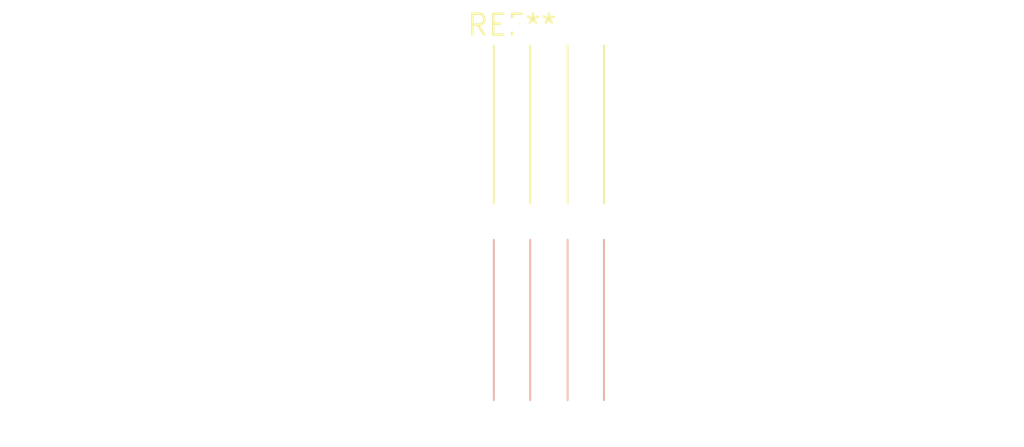
<source format=kicad_pcb>
(kicad_pcb (version 20240108) (generator pcbnew)
  (layers (0 "F.Cu" signal) (31 "B.Cu" signal) (34 "B.Paste" user) (35 "F.Paste" user) (36 "B.SilkS" user "B.Silkscreen") (37 "F.SilkS" user "F.Silkscreen") (38 "B.Mask" user) (39 "F.Mask" user) (44 "Edge.Cuts" user))
  (net 0 "")
  (footprint "SolderWire-0.25sqmm_1x02_P4.5mm_D0.65mm_OD2mm_Relief2x" (layer "F.Cu") (at 0 0)
    (property "Reference" "REF**")
    (property "Value" "SolderWire-0.25sqmm_1x02_P4.5mm_D0.65mm_OD2mm_Relief2x")
    (fp_line (start -1.11 13.11) (end -1.11 22.89) (layer "B.SilkS") (stroke (width 0.12)))
    (fp_line (start 1.11 13.11) (end 1.11 22.89) (layer "B.SilkS") (stroke (width 0.12)))
    (fp_line (start 3.39 13.11) (end 3.39 22.89) (layer "B.SilkS") (stroke (width 0.12)))
    (fp_line (start 5.61 13.11) (end 5.61 22.89) (layer "B.SilkS") (stroke (width 0.12)))
    (fp_line (start -1.11 1.26) (end -1.11 10.89) (layer "F.SilkS") (stroke (width 0.12)))
    (fp_line (start 1.11 1.26) (end 1.11 10.89) (layer "F.SilkS") (stroke (width 0.12)))
    (fp_line (start 3.39 1.26) (end 3.39 10.89) (layer "F.SilkS") (stroke (width 0.12)))
    (fp_line (start 5.61 1.26) (end 5.61 10.89) (layer "F.SilkS") (stroke (width 0.12)))
    (pad "" np_thru_hole circle (at 0 12) (size 2.5 2.5) (drill 2.5) (layers *.Cu *.Mask))
    (pad "" np_thru_hole circle (at 0 24) (size 2.5 2.5) (drill 2.5) (layers *.Cu *.Mask))
    (pad "" np_thru_hole circle (at 4.5 12) (size 2.5 2.5) (drill 2.5) (layers *.Cu *.Mask))
    (pad "" np_thru_hole circle (at 4.5 24) (size 2.5 2.5) (drill 2.5) (layers *.Cu *.Mask))
    (pad "1" thru_hole roundrect (at 0 0) (size 2 2) (drill 0.85) (layers *.Cu *.Mask) (remove_unused_layers) (roundrect_rratio 0.125))
    (pad "2" thru_hole circle (at 4.5 0) (size 2 2) (drill 0.85) (layers *.Cu *.Mask) (remove_unused_layers))
  )
)
</source>
